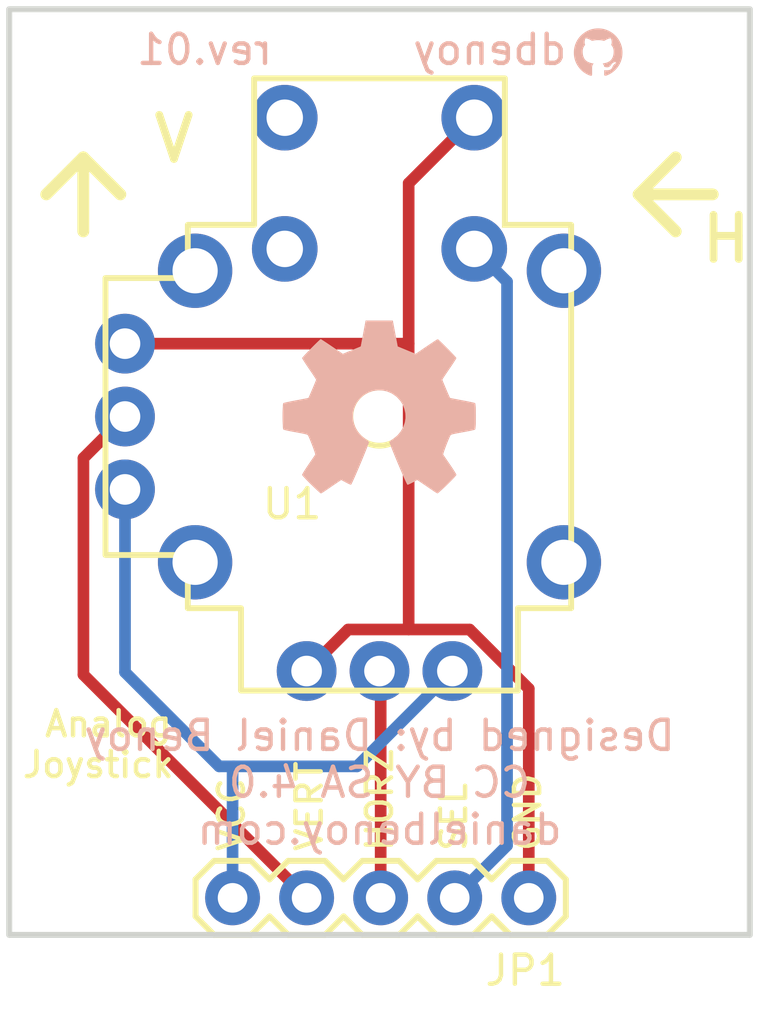
<source format=kicad_pcb>
(kicad_pcb (version 20240108) (generator "pcbnew") (generator_version "8.0")
  (title_block (title "PS5 Thumbstick Breakout Board") (date "2024-08-30") (rev "rev.01") (company "Author: Daniel Benoy") (comment 3 "https://creativecommons.org/licenses/by-sa/4.0/") (comment 4 "This hardware is licensed under Creative Commons ShareAlike 4.0 International"))
  (layers (0 "F.Cu" signal) (31 "B.Cu" signal) (34 "B.Paste" user) (35 "F.Paste" user) (36 "B.SilkS" user "B.Silkscreen") (37 "F.SilkS" user "F.Silkscreen") (38 "B.Mask" user) (39 "F.Mask" user) (44 "Edge.Cuts" user))
  (net 0 "")
  (net 1 "/VERT")
  (net 2 "GND")
  (net 3 "/HORZ")
  (net 4 "/SEL")
  (net 5 "VCC")
  (footprint "thumbstick-breakout:Screw Hole" (layer "F.Cu") (at 139.84 115.24)
    (property "Reference" "U$3" (hide yes))
    (property "Value" "Screw Hole" (hide yes))
    (pad "" np_thru_hole circle (at 0 0) (size 3.302 3.302) (drill 3.302) (layers "F&B.Cu" "*.Mask"))
  )
  (footprint "thumbstick-breakout:1x05" (layer "F.Cu") (at 150.04 116.51)
    (property "Reference" "JP1" (at 4.96 2.49 0) (layer "F.SilkS"))
    (property "Value" "~")
    (fp_line (start -6.35 -0.635) (end -6.35 0.635) (stroke (width 0.2032)) (layer "F.SilkS"))
    (fp_line (start -6.35 0.635) (end -5.715 1.27) (stroke (width 0.2032)) (layer "F.SilkS"))
    (fp_line (start -5.715 -1.27) (end -6.35 -0.635) (stroke (width 0.2032)) (layer "F.SilkS"))
    (fp_line (start -5.715 -1.27) (end -4.445 -1.27) (stroke (width 0.2032)) (layer "F.SilkS"))
    (fp_line (start -4.445 -1.27) (end -3.81 -0.635) (stroke (width 0.2032)) (layer "F.SilkS"))
    (fp_line (start -4.445 1.27) (end -5.715 1.27) (stroke (width 0.2032)) (layer "F.SilkS"))
    (fp_line (start -3.81 -0.635) (end -3.175 -1.27) (stroke (width 0.2032)) (layer "F.SilkS"))
    (fp_line (start -3.81 0.635) (end -4.445 1.27) (stroke (width 0.2032)) (layer "F.SilkS"))
    (fp_line (start -3.175 -1.27) (end -1.905 -1.27) (stroke (width 0.2032)) (layer "F.SilkS"))
    (fp_line (start -3.175 1.27) (end -3.81 0.635) (stroke (width 0.2032)) (layer "F.SilkS"))
    (fp_line (start -1.905 -1.27) (end -1.27 -0.635) (stroke (width 0.2032)) (layer "F.SilkS"))
    (fp_line (start -1.905 1.27) (end -3.175 1.27) (stroke (width 0.2032)) (layer "F.SilkS"))
    (fp_line (start -1.27 -0.635) (end -0.635 -1.27) (stroke (width 0.2032)) (layer "F.SilkS"))
    (fp_line (start -1.27 0.635) (end -1.905 1.27) (stroke (width 0.2032)) (layer "F.SilkS"))
    (fp_line (start -0.635 -1.27) (end 0.635 -1.27) (stroke (width 0.2032)) (layer "F.SilkS"))
    (fp_line (start -0.635 1.27) (end -1.27 0.635) (stroke (width 0.2032)) (layer "F.SilkS"))
    (fp_line (start 0.635 -1.27) (end 1.27 -0.635) (stroke (width 0.2032)) (layer "F.SilkS"))
    (fp_line (start 0.635 1.27) (end -0.635 1.27) (stroke (width 0.2032)) (layer "F.SilkS"))
    (fp_line (start 1.27 0.635) (end 0.635 1.27) (stroke (width 0.2032)) (layer "F.SilkS"))
    (fp_line (start 1.27 0.635) (end 1.905 1.27) (stroke (width 0.2032)) (layer "F.SilkS"))
    (fp_line (start 1.905 -1.27) (end 1.27 -0.635) (stroke (width 0.2032)) (layer "F.SilkS"))
    (fp_line (start 1.905 -1.27) (end 3.175 -1.27) (stroke (width 0.2032)) (layer "F.SilkS"))
    (fp_line (start 3.175 -1.27) (end 3.81 -0.635) (stroke (width 0.2032)) (layer "F.SilkS"))
    (fp_line (start 3.175 1.27) (end 1.905 1.27) (stroke (width 0.2032)) (layer "F.SilkS"))
    (fp_line (start 3.81 -0.635) (end 4.445 -1.27) (stroke (width 0.2032)) (layer "F.SilkS"))
    (fp_line (start 3.81 0.635) (end 3.175 1.27) (stroke (width 0.2032)) (layer "F.SilkS"))
    (fp_line (start 4.445 -1.27) (end 5.715 -1.27) (stroke (width 0.2032)) (layer "F.SilkS"))
    (fp_line (start 4.445 1.27) (end 3.81 0.635) (stroke (width 0.2032)) (layer "F.SilkS"))
    (fp_line (start 5.715 -1.27) (end 6.35 -0.635) (stroke (width 0.2032)) (layer "F.SilkS"))
    (fp_line (start 5.715 1.27) (end 4.445 1.27) (stroke (width 0.2032)) (layer "F.SilkS"))
    (fp_line (start 6.35 -0.635) (end 6.35 0.635) (stroke (width 0.2032)) (layer "F.SilkS"))
    (fp_line (start 6.35 0.635) (end 5.715 1.27) (stroke (width 0.2032)) (layer "F.SilkS"))
    (pad "1" thru_hole circle (at -5.08 0 270) (size 1.8796 1.8796) (drill 1.016) (layers "*.Cu" "*.Mask") (net 5 "VCC"))
    (pad "2" thru_hole circle (at -2.54 0 270) (size 1.8796 1.8796) (drill 1.016) (layers "*.Cu" "*.Mask") (net 1 "/VERT"))
    (pad "3" thru_hole circle (at 0 0 270) (size 1.8796 1.8796) (drill 1.016) (layers "*.Cu" "*.Mask") (net 3 "/HORZ"))
    (pad "4" thru_hole circle (at 2.54 0 270) (size 1.8796 1.8796) (drill 1.016) (layers "*.Cu" "*.Mask") (net 4 "/SEL"))
    (pad "5" thru_hole circle (at 5.08 0 270) (size 1.8796 1.8796) (drill 1.016) (layers "*.Cu" "*.Mask") (net 2 "GND"))
  )
  (footprint "thumbstick-breakout:Joystick" (layer "F.Cu") (at 150 100 180)
    (property "Reference" "U1" (at 3 -3 0) (layer "F.SilkS"))
    (property "Value" "~" (hide yes))
    (fp_circle (center 0 0) (end 1 0) (stroke (width 0.2)) (fill none) (layer "F.SilkS"))
    (fp_poly (pts (xy -4.75 -9.4) (xy 4.75 -9.4) (xy 4.75 -6.575) (xy 6.575 -6.575) (xy 6.575 -4.75) (xy 9.4 -4.75) (xy 9.4 4.75) (xy 6.575 4.75) (xy 6.575 6.575) (xy 4.3 6.575) (xy 4.3 11.6) (xy -4.3 11.6) (xy -4.3 6.575) (xy -6.575 6.575) (xy -6.575 -6.575) (xy -4.75 -6.575)) (stroke (width 0.2)) (fill none) (layer "F.SilkS"))
    (pad "" thru_hole circle (at -6.325 -5 180) (size 2.55 2.55) (drill 1.55) (layers "*.Cu" "*.Mask"))
    (pad "" thru_hole circle (at -6.325 5 180) (size 2.55 2.55) (drill 1.55) (layers "*.Cu" "*.Mask"))
    (pad "" thru_hole circle (at 6.325 -5 180) (size 2.55 2.55) (drill 1.55) (layers "*.Cu" "*.Mask"))
    (pad "" thru_hole circle (at 6.325 5 180) (size 2.55 2.55) (drill 1.55) (layers "*.Cu" "*.Mask"))
    (pad "1" thru_hole circle (at 2.5 -8.73 180) (size 2.05 2.05) (drill 1.05) (layers "*.Cu" "*.Mask") (net 2 "GND"))
    (pad "1'" thru_hole circle (at 8.73 2.5 180) (size 2.05 2.05) (drill 1.05) (layers "*.Cu" "*.Mask") (net 2 "GND"))
    (pad "2" thru_hole circle (at 0 -8.73 180) (size 2.05 2.05) (drill 1.05) (layers "*.Cu" "*.Mask") (net 3 "/HORZ"))
    (pad "2'" thru_hole circle (at 8.73 0 180) (size 2.05 2.05) (drill 1.05) (layers "*.Cu" "*.Mask") (net 1 "/VERT"))
    (pad "3" thru_hole circle (at -2.5 -8.73 180) (size 2.05 2.05) (drill 1.05) (layers "*.Cu" "*.Mask") (net 5 "VCC"))
    (pad "3'" thru_hole circle (at 8.73 -2.5 180) (size 2.05 2.05) (drill 1.05) (layers "*.Cu" "*.Mask") (net 5 "VCC"))
    (pad "a" thru_hole circle (at -3.25 5.75 180) (size 2.25 2.25) (drill 1.25) (layers "*.Cu" "*.Mask") (net 4 "/SEL"))
    (pad "b" thru_hole circle (at 3.25 5.75 180) (size 2.25 2.25) (drill 1.25) (layers "*.Cu" "*.Mask"))
    (pad "c" thru_hole circle (at -3.25 10.25 180) (size 2.25 2.25) (drill 1.25) (layers "*.Cu" "*.Mask") (net 2 "GND"))
    (pad "d" thru_hole circle (at 3.25 10.25 180) (size 2.25 2.25) (drill 1.25) (layers "*.Cu" "*.Mask"))
  )
  (footprint "thumbstick-breakout:Screw Hole" (layer "F.Cu") (at 160.16 115.24)
    (property "Reference" "U$4" (hide yes))
    (property "Value" "Screw Hole" (hide yes))
    (pad "" np_thru_hole circle (at 0 0) (size 3.302 3.302) (drill 3.302) (layers "F&B.Cu" "*.Mask"))
  )
  (footprint "thumbstick-breakout:Screw Hole" (layer "F.Cu") (at 160.16 88.57)
    (property "Reference" "U$6" (hide yes))
    (property "Value" "Screw Hole" (hide yes))
    (pad "" np_thru_hole circle (at 0 0) (size 3.302 3.302) (drill 3.302) (layers "F&B.Cu" "*.Mask"))
  )
  (footprint "thumbstick-breakout:Screw Hole" (layer "F.Cu") (at 139.84 88.57)
    (property "Reference" "U$5" (hide yes))
    (property "Value" "Screw Hole" (hide yes))
    (pad "" np_thru_hole circle (at 0 0) (size 3.302 3.302) (drill 3.302) (layers "F&B.Cu" "*.Mask"))
  )
  (footprint "Symbol:OSHW-Symbol_6.7x6mm_SilkScreen" (layer "B.Cu") (at 150 99.685893 180)
    (property "Reference" "REF**" (hide yes))
    (property "Value" "OSHW-Symbol_6.7x6mm_SilkScreen" (hide yes))
    (fp_poly (pts (xy 0.555814 2.531069) (xy 0.639635 2.086445) (xy 0.94892 1.958947) (xy 1.258206 1.831449) (xy 1.629246 2.083754) (xy 1.733157 2.154004) (xy 1.827087 2.216728) (xy 1.906652 2.269062) (xy 1.96747 2.308143) (xy 2.005157 2.331107) (xy 2.015421 2.336058) (xy 2.03391 2.323324) (xy 2.07342 2.288118) (xy 2.129522 2.234938) (xy 2.197787 2.168282) (xy 2.273786 2.092646) (xy 2.353092 2.012528) (xy 2.431275 1.932426) (xy 2.503907 1.856836) (xy 2.566559 1.790255) (xy 2.614803 1.737182) (xy 2.64421 1.702113) (xy 2.651241 1.690377) (xy 2.641123 1.66874) (xy 2.612759 1.621338) (xy 2.569129 1.552807) (xy 2.513218 1.467785) (xy 2.448006 1.370907) (xy 2.410219 1.31565) (xy 2.341343 1.214752) (xy 2.28014 1.123701) (xy 2.229578 1.04703) (xy 2.192628 0.989272) (xy 2.172258 0.954957) (xy 2.169197 0.947746) (xy 2.176136 0.927252) (xy 2.195051 0.879487) (xy 2.223087 0.811168) (xy 2.257391 0.729011) (xy 2.295109 0.63973) (xy 2.333387 0.550042) (xy 2.36937 0.466662) (xy 2.400206 0.396306) (xy 2.423039 0.34569) (xy 2.435017 0.321529) (xy 2.435724 0.320578) (xy 2.454531 0.315964) (xy 2.504618 0.305672) (xy 2.580793 0.290713) (xy 2.677865 0.272099) (xy 2.790643 0.250841) (xy 2.856442 0.238582) (xy 2.97695 0.215638) (xy 3.085797 0.193805) (xy 3.177476 0.174278) (xy 3.246481 0.158252) (xy 3.287304 0.146921) (xy 3.295511 0.143326) (xy 3.303548 0.118994) (xy 3.310033 0.064041) (xy 3.31497 -0.015108) (xy 3.318364 -0.112026) (xy 3.320218 -0.220287) (xy 3.320538 -0.333465) (xy 3.319327 -0.445135) (xy 3.31659 -0.548868) (xy 3.312331 -0.638241) (xy 3.306555 -0.706826) (xy 3.299267 -0.748197) (xy 3.294895 -0.75681) (xy 3.268764 -0.767133) (xy 3.213393 -0.781892) (xy 3.136107 -0.799352) (xy 3.04423 -0.81778) (xy 3.012158 -0.823741) (xy 2.857524 -0.852066) (xy 2.735375 -0.874876) (xy 2.641673 -0.89308) (xy 2.572384 -0.907583) (xy 2.523471 -0.919292) (xy 2.490897 -0.929115) (xy 2.470628 -0.937956) (xy 2.458626 -0.946724) (xy 2.456947 -0.948457) (xy 2.440184 -0.976371) (xy 2.414614 -1.030695) (xy 2.382788 -1.104777) (xy 2.34726 -1.191965) (xy 2.310583 -1.285608) (xy 2.275311 -1.379052) (xy 2.243996 -1.465647) (xy 2.219193 -1.53874) (xy 2.203454 -1.591678) (xy 2.199332 -1.617811) (xy 2.199676 -1.618726) (xy 2.213641 -1.640086) (xy 2.245322 -1.687084) (xy 2.291391 -1.754827) (xy 2.348518 -1.838423) (xy 2.413373 -1.932982) (xy 2.431843 -1.959854) (xy 2.497699 -2.057275) (xy 2.55565 -2.146163) (xy 2.602538 -2.221412) (xy 2.635207 -2.27792) (xy 2.6505 -2.310581) (xy 2.651241 -2.314593) (xy 2.638392 -2.335684) (xy 2.602888 -2.377464) (xy 2.549293 -2.435445) (xy 2.482171 -2.505135) (xy 2.406087 -2.582045) (xy 2.325604 -2.661683) (xy 2.245287 -2.739561) (xy 2.169699 -2.811186) (xy 2.103405 -2.87207) (xy 2.050969 -2.917721) (xy 2.016955 -2.94365) (xy 2.007545 -2.947883) (xy 1.985643 -2.937912) (xy 1.9408 -2.91102) (xy 1.880321 -2.871736) (xy 1.833789 -2.840117) (xy 1.749475 -2.782098) (xy 1.649626 -2.713784) (xy 1.549473 -2.645579) (xy 1.495627 -2.609075) (xy 1.313371 -2.4858) (xy 1.160381 -2.56852) (xy 1.090682 -2.604759) (xy 1.031414 -2.632926) (xy 0.991311 -2.648991) (xy 0.981103 -2.651226) (xy 0.968829 -2.634722) (xy 0.944613 -2.588082) (xy 0.910263 -2.515609) (xy 0.867588 -2.421606) (xy 0.818394 -2.310374) (xy 0.76449 -2.186215) (xy 0.707684 -2.053432) (xy 0.649782 -1.916327) (xy 0.592593 -1.779202) (xy 0.537924 -1.646358) (xy 0.487584 -1.522098) (xy 0.44338 -1.410725) (xy 0.407119 -1.316539) (xy 0.380609 -1.243844) (xy 0.365658 -1.196941) (xy 0.363254 -1.180833) (xy 0.382311 -1.160286) (xy 0.424036 -1.126933) (xy 0.479706 -1.087702) (xy 0.484378 -1.084599) (xy 0.628264 -0.969423) (xy 0.744283 -0.835053) (xy 0.83143 -0.685784) (xy 0.888699 -0.525913) (xy 0.915086 -0.359737) (xy 0.909585 -0.191552) (xy 0.87119 -0.025655) (xy 0.798895 0.133658) (xy 0.777626 0.168513) (xy 0.666996 0.309263) (xy 0.536302 0.422286) (xy 0.390064 0.506997) (xy 0.232808 0.562806) (xy 0.069057 0.589126) (xy -0.096667 0.58537) (xy -0.259838 0.55095) (xy -0.415935 0.485277) (xy -0.560433 0.387765) (xy -0.605131 0.348187) (xy -0.718888 0.224297) (xy -0.801782 0.093876) (xy -0.858644 -0.052315) (xy -0.890313 -0.197088) (xy -0.898131 -0.35986) (xy -0.872062 -0.52344) (xy -0.814755 -0.682298) (xy -0.728856 -0.830906) (xy -0.617014 -0.963735) (xy -0.481877 -1.075256) (xy -0.464117 -1.087011) (xy -0.40785 -1.125508) (xy -0.365077 -1.158863) (xy -0.344628 -1.18016) (xy -0.344331 -1.180833) (xy -0.348721 -1.203871) (xy -0.366124 -1.256157) (xy -0.394732 -1.33339) (xy -0.432735 -1.431268) (xy -0.478326 -1.545491) (xy -0.529697 -1.671758) (xy -0.585038 -1.805767) (xy -0.642542 -1.943218) (xy -0.700399 -2.079808) (xy -0.756802 -2.211237) (xy -0.809942 -2.333205) (xy -0.85801 -2.441409) (xy -0.899199 -2.531549) (xy -0.931699 -2.599323) (xy -0.953703 -2.64043) (xy -0.962564 -2.651226) (xy -0.98964 -2.642819) (xy -1.040303 -2.620272) (xy -1.105817 -2.587613) (xy -1.141841 -2.56852) (xy -1.294832 -2.4858) (xy -1.477088 -2.609075) (xy -1.570125 -2.672228) (xy -1.671985 -2.741727) (xy -1.767438 -2.807165) (xy -1.81525 -2.840117) (xy -1.882495 -2.885273) (xy -1.939436 -2.921057) (xy -1.978646 -2.942938) (xy -1.991381 -2.947563) (xy -2.009917 -2.935085) (xy -2.050941 -2.900252) (xy -2.110475 -2.846678) (xy -2.184542 -2.777983) (xy -2.269165 -2.697781) (xy -2.322685 -2.646286) (xy -2.416319 -2.554286) (xy -2.497241 -2.471999) (xy -2.562177 -2.402945) (xy -2.607858 -2.350644) (xy -2.631011 -2.318616) (xy -2.633232 -2.312116) (xy -2.622924 -2.287394) (xy -2.594439 -2.237405) (xy -2.550937 -2.167212) (xy -2.495577 -2.081875) (xy -2.43152 -1.986456) (xy -2.413303 -1.959854) (xy -2.346927 -1.863167) (xy -2.287378 -1.776117) (xy -2.237984 -1.703595) (xy -2.202075 -1.650493) (xy -2.182981 -1.621703) (xy -2.181136 -1.618726) (xy -2.183895 -1.595782) (xy -2.198538 -1.545336) (xy -2.222513 -1.474041) (xy -2.253266 -1.388547) (xy -2.288244 -1.295507) (xy -2.324893 -1.201574) (xy -2.360661 -1.113399) (xy -2.392994 -1.037634) (xy -2.419338 -0.980931) (xy -2.437142 -0.949943) (xy -2.438407 -0.948457) (xy -2.449294 -0.939601) (xy -2.467682 -0.930843) (xy -2.497606 -0.921277) (xy -2.543103 -0.909996) (xy -2.608209 -0.896093) (xy -2.696961 -0.878663) (xy -2.813393 -0.856798) (xy -2.961542 -0.829591) (xy -2.993618 -0.823741) (xy -3.088686 -0.805374) (xy -3.171565 -0.787405) (xy -3.23493 -0.771569) (xy -3.271458 -0.7596) (xy -3.276356 -0.75681) (xy -3.284427 -0.732072) (xy -3.290987 -0.67679) (xy -3.296033 -0.597389) (xy -3.299559 -0.500296) (xy -3.301561 -0.391938) (xy -3.302036 -0.27874) (xy -3.300977 -0.167128) (xy -3.298382 -0.063529) (xy -3.294246 0.025632) (xy -3.288563 0.093928) (xy -3.281331 0.134934) (xy -3.276971 0.143326) (xy -3.252698 0.151792) (xy -3.197426 0.165565) (xy -3.116662 0.18345) (xy -3.015912 0.204252) (xy -2.900683 0.226777) (xy -2.837902 0.238582) (xy -2.718787 0.260849) (xy -2.612565 0.281021) (xy -2.524427 0.298085) (xy -2.459566 0.311031) (xy -2.423174 0.318845) (xy -2.417184 0.320578) (xy -2.407061 0.34011) (xy -2.385662 0.387157) (xy -2.355839 0.454997) (xy -2.320445 0.536909) (xy -2.282332 0.626172) (xy -2.244353 0.716065) (xy -2.20936 0.799865) (xy -2.180206 0.870853) (xy -2.159743 0.922306) (xy -2.150823 0.947503) (xy -2.150657 0.948604) (xy -2.160769 0.968481) (xy -2.189117 1.014223) (xy -2.232723 1.081283) (xy -2.288606 1.165116) (xy -2.353787 1.261174) (xy -2.391679 1.31635) (xy -2.460725 1.417519) (xy -2.52205 1.50937) (xy -2.572663 1.587256) (xy -2.609571 1.646531) (xy -2.629782 1.682549) (xy -2.632701 1.690623) (xy -2.620153 1.709416) (xy -2.585463 1.749543) (xy -2.533063 1.806507) (xy -2.467384 1.875815) (xy -2.392856 1.952969) (xy -2.313913 2.033475) (xy -2.234983 2.112837) (xy -2.1605 2.18656) (xy -2.094894 2.250148) (xy -2.042596 2.299106) (xy -2.008039 2.328939) (xy -1.996478 2.336058) (xy -1.977654 2.326047) (xy -1.932631 2.297922) (xy -1.865787 2.254546) (xy -1.781499 2.198782) (xy -1.684144 2.133494) (xy -1.610707 2.083754) (xy -1.239667 1.831449) (xy -0.621095 2.086445) (xy -0.537275 2.531069) (xy -0.453454 2.975693) (xy 0.471994 2.975693) (xy 0.555814 2.531069)) (stroke (width 0.01)) (fill solid) (layer "B.SilkS"))
  )
  (footprint "LOGO" (layer "B.Cu") (at 157.5 87.5 180)
    (property "Reference" "G***" (hide yes))
    (property "Value" "LOGO" (hide yes))
    (fp_poly (pts (xy 0.011747 0.813787) (xy 0.020045 0.813711) (xy 0.02771 0.813596) (xy 0.034467 0.813442) (xy 0.040042 0.81325) (xy 0.041017 0.813206) (xy 0.077442 0.810715) (xy 0.113387 0.806739) (xy 0.14885 0.801278) (xy 0.183827 0.794333) (xy 0.218313 0.785906) (xy 0.252307 0.775997) (xy 0.285805 0.764608) (xy 0.318803 0.751738) (xy 0.351298 0.73739) (xy 0.383287 0.721564) (xy 0.402312 0.711317) (xy 0.43408 0.692806) (xy 0.464781 0.673152) (xy 0.494413 0.652362) (xy 0.522968 0.630438) (xy 0.550444 0.607386) (xy 0.576835 0.583211) (xy 0.602137 0.557916) (xy 0.626346 0.531507) (xy 0.649456 0.503988) (xy 0.671464 0.475363) (xy 0.692364 0.445638) (xy 0.712152 0.414816) (xy 0.730456 0.383561) (xy 0.733731 0.377572) (xy 0.737479 0.370495) (xy 0.741545 0.36264) (xy 0.745772 0.35432) (xy 0.750006 0.345845) (xy 0.754091 0.337527) (xy 0.757871 0.329677) (xy 0.76119 0.322605) (xy 0.763641 0.317197) (xy 0.77731 0.284436) (xy 0.789472 0.251325) (xy 0.800143 0.217812) (xy 0.809336 0.183848) (xy 0.817065 0.149381) (xy 0.823345 0.11436) (xy 0.826891 0.089455) (xy 0.828324 0.077788) (xy 0.829538 0.066889) (xy 0.830548 0.056491) (xy 0.83137 0.046326) (xy 0.832019 0.036127) (xy 0.832511 0.025626) (xy 0.832861 0.014556) (xy 0.833084 0.002648) (xy 0.833196 -0.010364) (xy 0.833217 -0.020314) (xy 0.8332 -0.031092) (xy 0.833148 -0.040559) (xy 0.83305 -0.048967) (xy 0.832896 -0.056567) (xy 0.832676 -0.063612) (xy 0.832381 -0.070351) (xy 0.832 -0.077038) (xy 0.831525 -0.083923) (xy 0.830944 -0.091258) (xy 0.830249 -0.099295) (xy 0.830045 -0.101566) (xy 0.826064 -0.137037) (xy 0.82057 -0.172131) (xy 0.813573 -0.20682) (xy 0.805083 -0.241077) (xy 0.795108 -0.274877) (xy 0.78366 -0.308193) (xy 0.770747 -0.340998) (xy 0.756379 -0.373266) (xy 0.740566 -0.40497) (xy 0.723318 -0.436083) (xy 0.704644 -0.466579) (xy 0.688056 -0.491422) (xy 0.666219 -0.521612) (xy 0.64346 -0.550552) (xy 0.619785 -0.578237) (xy 0.595202 -0.604661) (xy 0.569719 -0.629818) (xy 0.543341 -0.653703) (xy 0.516077 -0.676309) (xy 0.487933 -0.69763) (xy 0.458917 -0.717662) (xy 0.429036 -0.736398) (xy 0.398297 -0.753832) (xy 0.366707 -0.769958) (xy 0.334273 -0.784771) (xy 0.317978 -0.791588) (xy 0.310485 -0.794585) (xy 0.302851 -0.797554) (xy 0.295265 -0.80043) (xy 0.287914 -0.803144) (xy 0.280985 -0.805631) (xy 0.274666 -0.807823) (xy 0.269146 -0.809654) (xy 0.264611 -0.811056) (xy 0.261249 -0.811963) (xy 0.260164 -0.812193) (xy 0.251414 -0.813214) (xy 0.243085 -0.81308) (xy 0.235406 -0.811811) (xy 0.228608 -0.809428) (xy 0.228421 -0.80934) (xy 0.224283 -0.806785) (xy 0.220046 -0.803144) (xy 0.2161 -0.798817) (xy 0.212833 -0.794203) (xy 0.211711 -0.792184) (xy 0.21111 -0.791018) (xy 0.210562 -0.789961) (xy 0.210067 -0.788939) (xy 0.20962 -0.787877) (xy 0.20922 -0.7867) (xy 0.208863 -0.785332) (xy 0.208548 -0.7837) (xy 0.208272 -0.781727) (xy 0.208032 -0.779339) (xy 0.207825 -0.776462) (xy 0.20765 -0.77302) (xy 0.207503 -0.768937) (xy 0.207382 -0.76414) (xy 0.207284 -0.758553) (xy 0.207207 -0.752101) (xy 0.207149 -0.74471) (xy 0.207106 -0.736303) (xy 0.207077 -0.726808) (xy 0.207058 -0.716147) (xy 0.207047 -0.704247) (xy 0.207042 -0.691032) (xy 0.20704 -0.676428) (xy 0.207038 -0.66036) (xy 0.207037 -0.655099) (xy 0.207028 -0.639047) (xy 0.20701 -0.623707) (xy 0.206983 -0.609148) (xy 0.206946 -0.595438) (xy 0.206901 -0.582645) (xy 0.206847 -0.570839) (xy 0.206786 -0.560087) (xy 0.206717 -0.550457) (xy 0.206641 -0.542019) (xy 0.206558 -0.53484) (xy 0.206469 -0.528988) (xy 0.206375 -0.524533) (xy 0.206275 -0.521543) (xy 0.20623 -0.52072) (xy 0.20452 -0.502372) (xy 0.20191 -0.485245) (xy 0.198374 -0.469266) (xy 0.193886 -0.45436) (xy 0.188422 -0.440455) (xy 0.181955 -0.427475) (xy 0.174459 -0.415349) (xy 0.16591 -0.404001) (xy 0.165517 -0.403528) (xy 0.162639 -0.400196) (xy 0.15956 -0.396828) (xy 0.156719 -0.393893) (xy 0.155157 -0.392395) (xy 0.152973 -0.390258) (xy 0.151758 -0.388745) (xy 0.151638 -0.388015) (xy 0.151699 -0.387989) (xy 0.152772 -0.387807) (xy 0.155138 -0.387483) (xy 0.158535 -0.38705) (xy 0.162704 -0.386541) (xy 0.167384 -0.385989) (xy 0.167583 -0.385966) (xy 0.179748 -0.384412) (xy 0.192713 -0.382491) (xy 0.20611 -0.380272) (xy 0.219569 -0.377822) (xy 0.232724 -0.375211) (xy 0.245205 -0.372505) (xy 0.256645 -0.369775) (xy 0.260945 -0.368665) (xy 0.279689 -0.363139) (xy 0.298914 -0.356391) (xy 0.318319 -0.348553) (xy 0.337601 -0.339754) (xy 0.356456 -0.330123) (xy 0.373966 -0.320161) (xy 0.391317 -0.30898) (xy 0.407715 -0.296855) (xy 0.423058 -0.283879) (xy 0.437245 -0.270148) (xy 0.450173 -0.255756) (xy 0.461741 -0.240798) (xy 0.465673 -0.235113) (xy 0.475948 -0.218553) (xy 0.485463 -0.200721) (xy 0.494181 -0.181727) (xy 0.502065 -0.161685) (xy 0.50908 -0.140705) (xy 0.515189 -0.1189) (xy 0.520356 -0.096382) (xy 0.524544 -0.073262) (xy 0.527716 -0.049653) (xy 0.528494 -0.042189) (xy 0.529323 -0.032495) (xy 0.530019 -0.022014) (xy 0.530576 -0.011023) (xy 0.530989 0.000203) (xy 0.531252 0.011387) (xy 0.53136 0.022255) (xy 0.531306 0.032529) (xy 0.531086 0.041936) (xy 0.530694 0.050198) (xy 0.530443 0.05367) (xy 0.527831 0.076535) (xy 0.523808 0.098728) (xy 0.518374 0.120254) (xy 0.511526 0.141115) (xy 0.503265 0.161315) (xy 0.493589 0.180858) (xy 0.482496 0.199747) (xy 0.478506 0.205865) (xy 0.474356 0.211868) (xy 0.469671 0.218305) (xy 0.464717 0.224833) (xy 0.45976 0.231108) (xy 0.455068 0.236786) (xy 0.450907 0.241525) (xy 0.450464 0.242005) (xy 0.447901 0.244978) (xy 0.446554 0.247074) (xy 0.446351 0.248255) (xy 0.446773 0.249495) (xy 0.447606 0.251863) (xy 0.448731 0.255018) (xy 0.45002 0.258601) (xy 0.454266 0.271831) (xy 0.45788 0.286176) (xy 0.460782 0.301288) (xy 0.462631 0.314462) (xy 0.463086 0.319678) (xy 0.463402 0.326095) (xy 0.463581 0.333359) (xy 0.463626 0.341114) (xy 0.46354 0.349005) (xy 0.463324 0.356678) (xy 0.462982 0.363779) (xy 0.462516 0.369951) (xy 0.462226 0.372667) (xy 0.458691 0.395484) (xy 0.453602 0.418385) (xy 0.446964 0.44135) (xy 0.441196 0.458) (xy 0.437224 0.468722) (xy 0.431314 0.470072) (xy 0.426613 0.470827) (xy 0.420823 0.47126) (xy 0.414383 0.471372) (xy 0.407732 0.471165) (xy 0.40131 0.470639) (xy 0.396496 0.469967) (xy 0.387374 0.468165) (xy 0.377886 0.465835) (xy 0.367844 0.462917) (xy 0.357062 0.459354) (xy 0.345355 0.455088) (xy 0.332536 0.450059) (xy 0.330642 0.44929) (xy 0.318251 0.444133) (xy 0.306695 0.43907) (xy 0.295705 0.43396) (xy 0.285011 0.428664) (xy 0.274345 0.423041) (xy 0.263435 0.41695) (xy 0.252013 0.41025) (xy 0.239809 0.402802) (xy 0.231699 0.397726) (xy 0.226422 0.394397) (xy 0.221553 0.391327) (xy 0.217253 0.388619) (xy 0.213683 0.386372) (xy 0.211005 0.384689) (xy 0.20938 0.383672) (xy 0.208961 0.383413) (xy 0.207985 0.383451) (xy 0.205744 0.38384) (xy 0.202484 0.384526) (xy 0.198449 0.385458) (xy 0.193885 0.386585) (xy 0.193335 0.386725) (xy 0.169776 0.392385) (xy 0.146437 0.397238) (xy 0.12297 0.401339) (xy 0.099029 0.404744) (xy 0.074267 0.407509) (xy 0.051954 0.409424) (xy 0.047768 0.40967) (xy 0.042253 0.409891) (xy 0.035643 0.410086) (xy 0.028171 0.410252) (xy 0.020072 0.410388) (xy 0.011578 0.410492) (xy 0.002923 0.410563) (xy -0.005659 0.410597) (xy -0.013934 0.410595) (xy -0.02167 0.410553) (xy -0.028631 0.410471) (xy -0.034586 0.410346) (xy -0.0393 0.410176) (xy -0.040236 0.410127) (xy -0.072605 0.407731) (xy -0.104081 0.404195) (xy -0.134871 0.399488) (xy -0.165182 0.393578) (xy -0.192584 0.387113) (xy -0.208991 0.382922) (xy -0.221882 0.391342) (xy -0.232864 0.398439) (xy -0.242882 0.404732) (xy -0.252209 0.410369) (xy -0.26112 0.415497) (xy -0.26989 0.420266) (xy -0.278792 0.424823) (xy -0.288101 0.429315) (xy -0.29809 0.433892) (xy -0.309036 0.438702) (xy -0.311864 0.43992) (xy -0.32606 0.445917) (xy -0.33901 0.451181) (xy -0.35083 0.455747) (xy -0.361635 0.459649) (xy -0.371542 0.46292) (xy -0.380665 0.465594) (xy -0.389121 0.467705) (xy -0.397026 0.469288) (xy -0.404495 0.470374) (xy -0.411644 0.471) (xy -0.418589 0.471198) (xy -0.418763 0.471198) (xy -0.423216 0.471069) (xy -0.427666 0.47073) (xy -0.431796 0.470229) (xy -0.43529 0.469609) (xy -0.43783 0.468919) (xy -0.439054 0.468257) (xy -0.439511 0.467321) (xy -0.440371 0.465179) (xy -0.441531 0.462106) (xy -0.442885 0.458373) (xy -0.44363 0.456264) (xy -0.449046 0.439958) (xy -0.453566 0.424404) (xy -0.457297 0.409155) (xy -0.460349 0.393765) (xy -0.462828 0.37779) (xy -0.463043 0.376183) (xy -0.46359 0.370853) (xy -0.464008 0.364326) (xy -0.464297 0.356928) (xy -0.464456 0.348979) (xy -0.464487 0.340804) (xy -0.464389 0.332725) (xy -0.464162 0.325066) (xy -0.463806 0.318149) (xy -0.463323 0.312298) (xy -0.463019 0.309775) (xy -0.460499 0.29464) (xy -0.4572 0.279795) (xy -0.453226 0.265665) (xy -0.449567 0.254988) (xy -0.448253 0.251216) (xy -0.447477 0.248395) (xy -0.447289 0.246722) (xy -0.447383 0.246425) (xy -0.448148 0.245501) (xy -0.449721 0.24368) (xy -0.451867 0.24123) (xy -0.454217 0.238575) (xy -0.467702 0.222239) (xy -0.480068 0.204874) (xy -0.491248 0.186605) (xy -0.501175 0.167558) (xy -0.509783 0.147857) (xy -0.517005 0.127629) (xy -0.521492 0.112112) (xy -0.524523 0.099585) (xy -0.526991 0.087345) (xy -0.528929 0.07509) (xy -0.530374 0.062518) (xy -0.53136 0.049325) (xy -0.531922 0.035209) (xy -0.532096 0.020237) (xy -0.531662 -0.005363) (xy -0.530349 -0.029818) (xy -0.52813 -0.053293) (xy -0.524978 -0.075953) (xy -0.520867 -0.097962) (xy -0.51577 -0.119485) (xy -0.50966 -0.140686) (xy -0.502738 -0.161106) (xy -0.494603 -0.181804) (xy -0.485722 -0.201172) (xy -0.47604 -0.219282) (xy -0.465504 -0.236204) (xy -0.454062 -0.25201) (xy -0.441659 -0.266769) (xy -0.428243 -0.280553) (xy -0.41376 -0.293433) (xy -0.398156 -0.30548) (xy -0.389465 -0.311516) (xy -0.374848 -0.320768) (xy -0.359029 -0.329785) (xy -0.34237 -0.338397) (xy -0.32523 -0.346433) (xy -0.30797 -0.353721) (xy -0.290951 -0.36009) (xy -0.278683 -0.364124) (xy -0.26661 -0.367601) (xy -0.253277 -0.371008) (xy -0.238989 -0.374286) (xy -0.224049 -0.377375) (xy -0.208759 -0.380215) (xy -0.193424 -0.382745) (xy -0.178346 -0.384906) (xy -0.166021 -0.386402) (xy -0.161781 -0.386882) (xy -0.158115 -0.387323) (xy -0.155292 -0.387689) (xy -0.153581 -0.387946) (xy -0.153193 -0.388039) (xy -0.153565 -0.388667) (xy -0.154828 -0.390168) (xy -0.156772 -0.392303) (xy -0.15872 -0.394351) (xy -0.168705 -0.405755) (xy -0.177541 -0.41815) (xy -0.18524 -0.431559) (xy -0.191812 -0.446007) (xy -0.19727 -0.461515) (xy -0.201624 -0.478109) (xy -0.203958 -0.490014) (xy -0.204632 -0.493732) (xy -0.205273 -0.496885) (xy -0.205811 -0.499153) (xy -0.206177 -0.50022) (xy -0.206195 -0.500241) (xy -0.207105 -0.50075) (xy -0.209178 -0.501708) (xy -0.212126 -0.502987) (xy -0.21566 -0.504459) (xy -0.216443 -0.504778) (xy -0.228819 -0.50938) (xy -0.241401 -0.513185) (xy -0.254421 -0.516238) (xy -0.268115 -0.518584) (xy -0.282718 -0.520267) (xy -0.298464 -0.521334) (xy -0.304307 -0.52157) (xy -0.31651 -0.521662) (xy -0.327616 -0.52102) (xy -0.33794 -0.519578) (xy -0.347797 -0.517271) (xy -0.357502 -0.514032) (xy -0.36737 -0.509796) (xy -0.372274 -0.50738) (xy -0.383516 -0.501039) (xy -0.394096 -0.493801) (xy -0.404297 -0.485452) (xy -0.414404 -0.475778) (xy -0.414866 -0.475302) (xy -0.421563 -0.468051) (xy -0.427877 -0.460454) (xy -0.434034 -0.452212) (xy -0.440258 -0.443029) (xy -0.44569 -0.434389) (xy -0.450949 -0.425977) (xy -0.455797 -0.418691) (xy -0.460469 -0.412234) (xy -0.465196 -0.406308) (xy -0.470213 -0.400616) (xy -0.475753 -0.39486) (xy -0.479703 -0.390983) (xy -0.48812 -0.383537) (xy -0.49781 -0.376147) (xy -0.508487 -0.369007) (xy -0.519869 -0.362313) (xy -0.52697 -0.358566) (xy -0.533792 -0.355243) (xy -0.539797 -0.352644) (xy -0.545463 -0.350614) (xy -0.551266 -0.349) (xy -0.557684 -0.347651) (xy -0.564697 -0.346488) (xy -0.572053 -0.345509) (xy -0.578393 -0.345007) (xy -0.58419 -0.344983) (xy -0.589916 -0.345438) (xy -0.596044 -0.346374) (xy -0.597218 -0.346592) (xy -0.603304 -0.348098) (xy -0.60791 -0.350045) (xy -0.611064 -0.352473) (xy -0.612796 -0.355424) (xy -0.613136 -0.358937) (xy -0.612112 -0.363055) (xy -0.610989 -0.365572) (xy -0.606793 -0.372428) (xy -0.601242 -0.379197) (xy -0.594538 -0.385685) (xy -0.586885 -0.391697) (xy -0.578488 -0.397039) (xy -0.577294 -0.397706) (xy -0.568863 -0.402884) (xy -0.560611 -0.40908) (xy -0.552442 -0.41639) (xy -0.544259 -0.424908) (xy -0.535967 -0.43473) (xy -0.527469 -0.445952) (xy -0.524581 -0.45001) (xy -0.519466 -0.457507) (xy -0.514753 -0.464883) (xy -0.510328 -0.472361) (xy -0.506073 -0.480165) (xy -0.501874 -0.488517) (xy -0.497616 -0.49764) (xy -0.493182 -0.507759) (xy -0.488456 -0.519097) (xy -0.487151 -0.522308) (xy -0.483042 -0.531855) (xy -0.478866 -0.540257) (xy -0.474398 -0.54792) (xy -0.469414 -0.555254) (xy -0.467988 -0.557181) (xy -0.459143 -0.567705) (xy -0.449022 -0.577532) (xy -0.437794 -0.586557) (xy -0.425629 -0.594679) (xy -0.412695 -0.601794) (xy -0.399163 -0.607799) (xy -0.385201 -0.612591) (xy -0.371496 -0.615965) (xy -0.346468 -0.620143) (xy -0.321014 -0.622834) (xy -0.295109 -0.624039) (xy -0.276181 -0.623989) (xy -0.268656 -0.623798) (xy -0.262312 -0.623578) (xy -0.256784 -0.623292) (xy -0.251706 -0.622906) (xy -0.246714 -0.622384) (xy -0.241442 -0.621692) (xy -0.235526 -0.620794) (xy -0.228598 -0.619655) (xy -0.225166 -0.619073) (xy -0.220274 -0.618254) (xy -0.215927 -0.617554) (xy -0.212352 -0.617008) (xy -0.209775 -0.61665) (xy -0.208423 -0.616513) (xy -0.208275 -0.616527) (xy -0.208227 -0.617336) (xy -0.208169 -0.619579) (xy -0.208103 -0.623126) (xy -0.20803 -0.627849) (xy -0.207951 -0.633617) (xy -0.207868 -0.640303) (xy -0.207781 -0.647778) (xy -0.207693 -0.655911) (xy -0.207604 -0.664574) (xy -0.207515 -0.673639) (xy -0.207428 -0.682975) (xy -0.207344 -0.692454) (xy -0.207264 -0.701947) (xy -0.20719 -0.711325) (xy -0.207123 -0.720459) (xy -0.207063 -0.729219) (xy -0.207013 -0.737477) (xy -0.206974 -0.745104) (xy -0.206946 -0.75197) (xy -0.206939 -0.754326) (xy -0.206872 -0.779332) (xy -0.20894 -0.785492) (xy -0.212177 -0.792988) (xy -0.216463 -0.799416) (xy -0.221713 -0.804701) (xy -0.227848 -0.808764) (xy -0.234784 -0.81153) (xy -0.237405 -0.812181) (xy -0.241987 -0.812839) (xy -0.247483 -0.813144) (xy -0.253287 -0.813089) (xy -0.258788 -0.812665) (xy -0.2602 -0.812478) (xy -0.262729 -0.811923) (xy -0.266551 -0.81083) (xy -0.271512 -0.809253) (xy -0.277457 -0.807245) (xy -0.284232 -0.804857) (xy -0.291683 -0.802143) (xy -0.299656 -0.799155) (xy -0.303135 -0.797827) (xy -0.336467 -0.784212) (xy -0.368943 -0.76929) (xy -0.400557 -0.753065) (xy -0.431304 -0.735543) (xy -0.461178 -0.716728) (xy -0.490173 -0.696623) (xy -0.518282 -0.675234) (xy -0.545501 -0.652565) (xy -0.571823 -0.628621) (xy -0.597243 -0.603405) (xy -0.621754 -0.576923) (xy -0.645351 -0.549179) (xy -0.668029 -0.520176) (xy -0.668792 -0.519157) (xy -0.6902 -0.489308) (xy -0.710105 -0.459034) (xy -0.728513 -0.42832) (xy -0.74543 -0.397151) (xy -0.760862 -0.36551) (xy -0.774815 -0.333382) (xy -0.787293 -0.30075) (xy -0.798303 -0.2676) (xy -0.807851 -0.233914) (xy -0.815942 -0.199678) (xy -0.822582 -0.164876) (xy -0.827777 -0.129491) (xy -0.831532 -0.093508) (xy -0.833515 -0.064065) (xy -0.833765 -0.057989) (xy -0.833966 -0.050673) (xy -0.834118 -0.04241) (xy -0.834219 -0.033489) (xy -0.834271 -0.024202) (xy -0.834273 -0.014839) (xy -0.834224 -0.005692) (xy -0.834123 0.002949) (xy -0.833972 0.010792) (xy -0.833768 0.017546) (xy -0.833614 0.021094) (xy -0.831469 0.053363) (xy -0.828323 0.084617) (xy -0.824137 0.115071) (xy -0.818869 0.144943) (xy -0.812481 0.174448) (xy -0.804931 0.203804) (xy -0.79618 0.233228) (xy -0.791858 0.246492) (xy -0.784631 0.267195) (xy -0.776975 0.287292) (xy -0.768723 0.307186) (xy -0.759706 0.327283) (xy -0.749756 0.347986) (xy -0.74797 0.351573) (xy -0.730969 0.383847) (xy -0.712724 0.415197) (xy -0.693257 0.445597) (xy -0.672591 0.475023) (xy -0.650748 0.503449) (xy -0.627752 0.53085) (xy -0.603626 0.557202) (xy -0.578391 0.582479) (xy -0.55207 0.606656) (xy -0.524687 0.629709) (xy -0.496264 0.651611) (xy -0.466824 0.672338) (xy -0.443373 0.687546) (xy -0.429724 0.695865) (xy -0.415249 0.704294) (xy -0.400246 0.712672) (xy -0.385016 0.720844) (xy -0.369856 0.728651) (xy -0.355068 0.735936) (xy -0.340948 0.74254) (xy -0.329698 0.7475) (xy -0.298152 0.760261) (xy -0.266635 0.771595) (xy -0.235012 0.781532) (xy -0.203152 0.7901) (xy -0.170923 0.797332) (xy -0.138192 0.803257) (xy -0.104827 0.807905) (xy -0.070695 0.811306) (xy -0.041017 0.813238) (xy -0.03597 0.813434) (xy -0.029636 0.81359) (xy -0.022288 0.813707) (xy -0.014201 0.813786) (xy -0.00565 0.813825) (xy 0.003091 0.813826)) (fill solid) (layer "B.SilkS"))
  )
  (gr_line (start 158.89 92.38) (end 160.16 91.11) (stroke (width 0.4064)) (layer "F.SilkS"))
  (gr_line (start 139.84 91.11) (end 141.11 92.38) (stroke (width 0.4064)) (layer "F.SilkS"))
  (gr_line (start 161.43 92.38) (end 158.89 92.38) (stroke (width 0.4064)) (layer "F.SilkS"))
  (gr_line (start 139.84 91.11) (end 138.57 92.38) (stroke (width 0.4064)) (layer "F.SilkS"))
  (gr_line (start 158.89 92.38) (end 160.16 93.65) (stroke (width 0.4064)) (layer "F.SilkS"))
  (gr_line (start 139.84 93.65) (end 139.84 91.11) (stroke (width 0.4064)) (layer "F.SilkS"))
  (gr_line (start 137.3 86.03) (end 137.3 117.78) (stroke (width 0.2032)) (layer "Edge.Cuts"))
  (gr_line (start 162.7 86.03) (end 137.3 86.03) (stroke (width 0.2032)) (layer "Edge.Cuts"))
  (gr_line (start 137.3 117.78) (end 162.7 117.78) (stroke (width 0.2032)) (layer "Edge.Cuts"))
  (gr_line (start 162.7 117.78) (end 162.7 86.03) (stroke (width 0.2032)) (layer "Edge.Cuts"))
  (gr_text "dbenoy" (at 156.5 88 0) (layer "B.SilkS") (effects (font (size 1 1)) (justify left bottom mirror)))
  (gr_text "Designed by: Daniel Benoy\nCC BY SA 4.0\ndanielbenoy.com" (at 150 114.75 0) (layer "B.SilkS") (effects (font (size 1 1)) (justify bottom mirror)))
  (gr_text "${REVISION}" (at 144 88 0) (layer "B.SilkS") (effects (font (size 1 1)) (justify bottom mirror)))
  (gr_text "Analog" (at 138.443 111.049 0) (layer "F.SilkS") (effects (font (size 0.8636 0.8636) (thickness 0.1524)) (justify left bottom)))
  (gr_text "GND" (at 155.588 114.986 90) (layer "F.SilkS") (effects (font (size 0.8636 0.8636) (thickness 0.1524)) (justify left bottom)))
  (gr_text "SEL" (at 153.048 114.986 90) (layer "F.SilkS") (effects (font (size 0.8636 0.8636) (thickness 0.1524)) (justify left bottom)))
  (gr_text "VERT" (at 148.095 114.986 90) (layer "F.SilkS") (effects (font (size 0.8636 0.8636) (thickness 0.1524)) (justify left bottom)))
  (gr_text "HORZ" (at 150.508 114.986 90) (layer "F.SilkS") (effects (font (size 0.8636 0.8636) (thickness 0.1524)) (justify left bottom)))
  (gr_text "VCC" (at 145.428 114.986 90) (layer "F.SilkS") (effects (font (size 0.8636 0.8636) (thickness 0.1524)) (justify left bottom)))
  (gr_text "V" (at 142.126 91.364 0) (layer "F.SilkS") (effects (font (size 1.5113 1.5113) (thickness 0.2667)) (justify left bottom)))
  (gr_text "Joystick" (at 137.681 112.446 0) (layer "F.SilkS") (effects (font (size 0.8636 0.8636) (thickness 0.1524)) (justify left bottom)))
  (gr_text "H" (at 160.922 94.793 0) (layer "F.SilkS") (effects (font (size 1.5113 1.5113) (thickness 0.2667)) (justify left bottom)))
  (segment (start 147.5 116.51) (end 139.845 108.855) (width 0.4) (layer "F.Cu") (net 1))
  (segment (start 139.845 101.425) (end 141.27 100) (width 0.4) (layer "F.Cu") (net 1))
  (segment (start 139.845 108.855) (end 139.845 101.425) (width 0.4) (layer "F.Cu") (net 1))
  (segment (start 155.12 109.334745) (end 153.090255 107.305) (width 0.4) (layer "F.Cu") (net 2))
  (segment (start 153.090255 107.305) (end 151 107.305) (width 0.4) (layer "F.Cu") (net 2))
  (segment (start 155.12 116.51) (end 155.12 109.334745) (width 0.4) (layer "F.Cu") (net 2))
  (segment (start 151 92) (end 153.25 89.75) (width 0.4) (layer "F.Cu") (net 2))
  (segment (start 151 107.305) (end 151 92) (width 0.4) (layer "F.Cu") (net 2))
  (segment (start 147.5 108.73) (end 147.46 108.69) (width 0.4064) (layer "F.Cu") (net 2))
  (segment (start 148.925 107.305) (end 147.5 108.73) (width 0.4) (layer "F.Cu") (net 2))
  (segment (start 151 97.5) (end 141.27 97.5) (width 0.4) (layer "F.Cu") (net 2))
  (segment (start 151 107.305) (end 148.925 107.305) (width 0.4) (layer "F.Cu") (net 2))
  (segment (start 150.04 108.77) (end 150 108.73) (width 0.4) (layer "F.Cu") (net 3))
  (segment (start 150.04 116.51) (end 150.04 108.77) (width 0.4) (layer "F.Cu") (net 3))
  (segment (start 150.04 108.77) (end 150 108.73) (width 0.2) (layer "B.Cu") (net 3))
  (segment (start 154.375 114.715) (end 152.58 116.51) (width 0.4) (layer "B.Cu") (net 4))
  (segment (start 154.375 95.375) (end 154.375 114.715) (width 0.4) (layer "B.Cu") (net 4))
  (segment (start 153.25 94.25) (end 154.375 95.375) (width 0.4) (layer "B.Cu") (net 4))
  (segment (start 141.31 102.54) (end 141.27 102.5) (width 0.4064) (layer "F.Cu") (net 5))
  (segment (start 152.5 108.73) (end 152.54 108.69) (width 0.4064) (layer "F.Cu") (net 5))
  (segment (start 152.5 108.97) (end 152.5 108.73) (width 0.2) (layer "F.Cu") (net 5))
  (segment (start 152.5 108.97) (end 152.5 108.73) (width 0.4) (layer "B.Cu") (net 5))
  (segment (start 141.27 108.77) (end 141.27 102.5) (width 0.4) (layer "B.Cu") (net 5))
  (segment (start 144.96 112.04) (end 145 112) (width 0.4) (layer "B.Cu") (net 5))
  (segment (start 149.23 112) (end 145 112) (width 0.4) (layer "B.Cu") (net 5))
  (segment (start 144.96 116.51) (end 144.96 112.04) (width 0.4) (layer "B.Cu") (net 5))
  (segment (start 144.5 112) (end 141.27 108.77) (width 0.4) (layer "B.Cu") (net 5))
  (segment (start 145 112) (end 144.5 112) (width 0.4) (layer "B.Cu") (net 5))
  (segment (start 152.5 108.73) (end 149.23 112) (width 0.4) (layer "B.Cu") (net 5))
)
</source>
